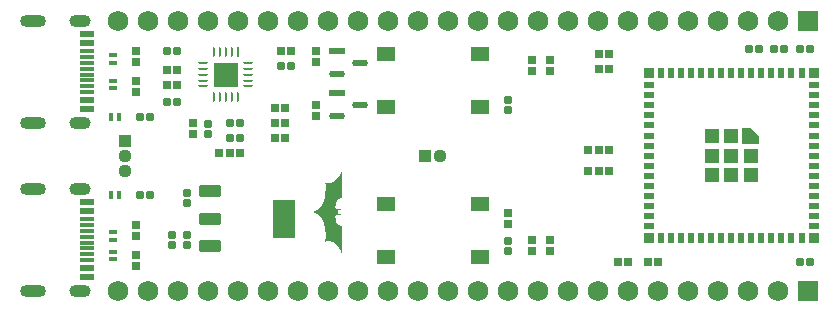
<source format=gts>
G04*
G04 #@! TF.GenerationSoftware,Altium Limited,Altium Designer,25.7.1 (20)*
G04*
G04 Layer_Color=8388736*
%FSLAX25Y25*%
%MOIN*%
G70*
G04*
G04 #@! TF.SameCoordinates,FC8E4296-A409-4092-80C3-4C3ED3C77B16*
G04*
G04*
G04 #@! TF.FilePolarity,Negative*
G04*
G01*
G75*
%ADD19R,0.04528X0.01181*%
%ADD20R,0.04528X0.02362*%
G04:AMPARAMS|DCode=28|XSize=53.43mil|YSize=22.53mil|CornerRadius=11.26mil|HoleSize=0mil|Usage=FLASHONLY|Rotation=0.000|XOffset=0mil|YOffset=0mil|HoleType=Round|Shape=RoundedRectangle|*
%AMROUNDEDRECTD28*
21,1,0.05343,0.00000,0,0,0.0*
21,1,0.03091,0.02253,0,0,0.0*
1,1,0.02253,0.01545,0.00000*
1,1,0.02253,-0.01545,0.00000*
1,1,0.02253,-0.01545,0.00000*
1,1,0.02253,0.01545,0.00000*
%
%ADD28ROUNDEDRECTD28*%
%ADD29R,0.05343X0.02253*%
G04:AMPARAMS|DCode=31|XSize=9.55mil|YSize=33.06mil|CornerRadius=4.77mil|HoleSize=0mil|Usage=FLASHONLY|Rotation=270.000|XOffset=0mil|YOffset=0mil|HoleType=Round|Shape=RoundedRectangle|*
%AMROUNDEDRECTD31*
21,1,0.00955,0.02351,0,0,270.0*
21,1,0.00000,0.03306,0,0,270.0*
1,1,0.00955,-0.01176,0.00000*
1,1,0.00955,-0.01176,0.00000*
1,1,0.00955,0.01176,0.00000*
1,1,0.00955,0.01176,0.00000*
%
%ADD31ROUNDEDRECTD31*%
G04:AMPARAMS|DCode=32|XSize=33.06mil|YSize=9.55mil|CornerRadius=4.77mil|HoleSize=0mil|Usage=FLASHONLY|Rotation=270.000|XOffset=0mil|YOffset=0mil|HoleType=Round|Shape=RoundedRectangle|*
%AMROUNDEDRECTD32*
21,1,0.03306,0.00000,0,0,270.0*
21,1,0.02351,0.00955,0,0,270.0*
1,1,0.00955,0.00000,-0.01176*
1,1,0.00955,0.00000,0.01176*
1,1,0.00955,0.00000,0.01176*
1,1,0.00955,0.00000,-0.01176*
%
%ADD32ROUNDEDRECTD32*%
%ADD33R,0.00955X0.03306*%
%ADD34R,0.06102X0.05118*%
%ADD37R,0.02526X0.02762*%
%ADD38R,0.02762X0.02526*%
G04:AMPARAMS|DCode=39|XSize=27.62mil|YSize=25.26mil|CornerRadius=7.63mil|HoleSize=0mil|Usage=FLASHONLY|Rotation=270.000|XOffset=0mil|YOffset=0mil|HoleType=Round|Shape=RoundedRectangle|*
%AMROUNDEDRECTD39*
21,1,0.02762,0.00999,0,0,270.0*
21,1,0.01235,0.02526,0,0,270.0*
1,1,0.01527,-0.00500,-0.00618*
1,1,0.01527,-0.00500,0.00618*
1,1,0.01527,0.00500,0.00618*
1,1,0.01527,0.00500,-0.00618*
%
%ADD39ROUNDEDRECTD39*%
%ADD40R,0.01778X0.02762*%
%ADD41R,0.02762X0.01778*%
G04:AMPARAMS|DCode=42|XSize=27.62mil|YSize=25.26mil|CornerRadius=7.63mil|HoleSize=0mil|Usage=FLASHONLY|Rotation=180.000|XOffset=0mil|YOffset=0mil|HoleType=Round|Shape=RoundedRectangle|*
%AMROUNDEDRECTD42*
21,1,0.02762,0.00999,0,0,180.0*
21,1,0.01235,0.02526,0,0,180.0*
1,1,0.01527,-0.00618,0.00500*
1,1,0.01527,0.00618,0.00500*
1,1,0.01527,0.00618,-0.00500*
1,1,0.01527,-0.00618,-0.00500*
%
%ADD42ROUNDEDRECTD42*%
%ADD43R,0.03550X0.03550*%
%ADD44R,0.01975X0.03550*%
%ADD45R,0.03550X0.01975*%
%ADD46R,0.05124X0.05124*%
%ADD47R,0.03156X0.02762*%
%ADD48R,0.08071X0.08071*%
G04:AMPARAMS|DCode=49|XSize=39.43mil|YSize=72.9mil|CornerRadius=3.95mil|HoleSize=0mil|Usage=FLASHONLY|Rotation=90.000|XOffset=0mil|YOffset=0mil|HoleType=Round|Shape=RoundedRectangle|*
%AMROUNDEDRECTD49*
21,1,0.03943,0.06500,0,0,90.0*
21,1,0.03154,0.07290,0,0,90.0*
1,1,0.00790,0.03250,0.01577*
1,1,0.00790,0.03250,-0.01577*
1,1,0.00790,-0.03250,-0.01577*
1,1,0.00790,-0.03250,0.01577*
%
%ADD49ROUNDEDRECTD49*%
G04:AMPARAMS|DCode=50|XSize=129.98mil|YSize=72.9mil|CornerRadius=4.07mil|HoleSize=0mil|Usage=FLASHONLY|Rotation=90.000|XOffset=0mil|YOffset=0mil|HoleType=Round|Shape=RoundedRectangle|*
%AMROUNDEDRECTD50*
21,1,0.12998,0.06476,0,0,90.0*
21,1,0.12185,0.07290,0,0,90.0*
1,1,0.00813,0.03238,0.06093*
1,1,0.00813,0.03238,-0.06093*
1,1,0.00813,-0.03238,-0.06093*
1,1,0.00813,-0.03238,0.06093*
%
%ADD50ROUNDEDRECTD50*%
%ADD51R,0.04400X0.04400*%
%ADD52C,0.04400*%
G04:AMPARAMS|DCode=53|XSize=39.37mil|YSize=70.87mil|CornerRadius=19.68mil|HoleSize=0mil|Usage=FLASHONLY|Rotation=270.000|XOffset=0mil|YOffset=0mil|HoleType=Round|Shape=RoundedRectangle|*
%AMROUNDEDRECTD53*
21,1,0.03937,0.03150,0,0,270.0*
21,1,0.00000,0.07087,0,0,270.0*
1,1,0.03937,-0.01575,0.00000*
1,1,0.03937,-0.01575,0.00000*
1,1,0.03937,0.01575,0.00000*
1,1,0.03937,0.01575,0.00000*
%
%ADD53ROUNDEDRECTD53*%
G04:AMPARAMS|DCode=54|XSize=39.37mil|YSize=86.61mil|CornerRadius=19.68mil|HoleSize=0mil|Usage=FLASHONLY|Rotation=270.000|XOffset=0mil|YOffset=0mil|HoleType=Round|Shape=RoundedRectangle|*
%AMROUNDEDRECTD54*
21,1,0.03937,0.04724,0,0,270.0*
21,1,0.00000,0.08661,0,0,270.0*
1,1,0.03937,-0.02362,0.00000*
1,1,0.03937,-0.02362,0.00000*
1,1,0.03937,0.02362,0.00000*
1,1,0.03937,0.02362,0.00000*
%
%ADD54ROUNDEDRECTD54*%
%ADD55R,0.06800X0.06800*%
%ADD56C,0.06800*%
%ADD57R,0.04400X0.04400*%
G36*
X101170Y31693D02*
X101216Y31731D01*
X101228Y31743D01*
X101274Y31756D01*
X101308Y31764D01*
X101354Y31794D01*
X101371Y31810D01*
X101388Y31819D01*
X101463Y31861D01*
X101513Y31911D01*
X101555Y31928D01*
X101572Y31936D01*
X101618Y31974D01*
X101630Y31986D01*
X101723Y32037D01*
X101739Y32062D01*
X101756Y32070D01*
X101831Y32112D01*
X101848Y32129D01*
X101865Y32137D01*
X102041Y32313D01*
X102095Y32334D01*
X102234Y32472D01*
X102250Y32481D01*
X102296Y32518D01*
X102305Y32535D01*
X102334Y32564D01*
X102351Y32573D01*
X102372Y32594D01*
X102380Y32610D01*
X102418Y32656D01*
X102531Y32770D01*
X102539Y32786D01*
X102569Y32816D01*
X102585Y32824D01*
X102606Y32845D01*
X102648Y32920D01*
X102749Y33021D01*
X102757Y33038D01*
X102799Y33113D01*
X102812Y33134D01*
X102828Y33142D01*
X102841Y33155D01*
X102891Y33247D01*
X102925Y33281D01*
X102946Y33335D01*
X102987Y33377D01*
X103004Y33385D01*
X103025Y33431D01*
X103042Y33473D01*
X103080Y33519D01*
X103092Y33532D01*
X103101Y33565D01*
X103142Y33624D01*
X103176Y33658D01*
X103251Y33817D01*
X103285Y33875D01*
X103327Y33968D01*
X103369Y34043D01*
X103410Y34135D01*
X103452Y34210D01*
X103478Y34252D01*
X103494Y34311D01*
X103519Y34428D01*
X103578Y34512D01*
X103586Y34545D01*
X103603Y34587D01*
X103645Y34679D01*
X103662Y34747D01*
X103679Y34822D01*
X103729Y34931D01*
X103745Y34998D01*
X103754Y35048D01*
X103813Y35174D01*
X103825Y35253D01*
X103833Y35287D01*
X103850Y35329D01*
X103863Y35341D01*
X103888Y35400D01*
X103896Y35433D01*
X103892Y35488D01*
X103909Y35580D01*
X103926Y35622D01*
X103938Y35668D01*
X103947Y35760D01*
X103963Y35777D01*
X103972Y35794D01*
X103980Y35819D01*
X103993Y35923D01*
X104014Y35969D01*
X104022Y36003D01*
X104030Y36095D01*
X104056Y36154D01*
X104064Y36238D01*
X104072Y36347D01*
X104081Y36439D01*
X104122Y36497D01*
X104131Y36556D01*
X104139Y36707D01*
X104148Y36732D01*
X104156Y36899D01*
X104181Y36958D01*
X104185Y36996D01*
X104177Y37046D01*
X104173Y37092D01*
X104215Y37184D01*
X104223Y37419D01*
X104231Y37444D01*
X104240Y37712D01*
X104265Y37771D01*
X104256Y37896D01*
X104265Y37921D01*
X104256Y38072D01*
X104298Y38164D01*
X104294Y38470D01*
X104303Y38545D01*
X104307Y39613D01*
X104298Y39639D01*
X104290Y39748D01*
X104298Y39773D01*
X104294Y39995D01*
X104298Y40082D01*
X104256Y40175D01*
X104265Y40384D01*
X104261Y40564D01*
X104265Y40644D01*
X104231Y40719D01*
X104227Y40991D01*
X104236Y41033D01*
X104261Y41058D01*
X104303Y41050D01*
X104319Y41033D01*
X104361Y41017D01*
X104545Y41008D01*
X104621Y41000D01*
X104680Y40975D01*
X104772Y40966D01*
X104830Y40941D01*
X105057Y40933D01*
X105082Y40924D01*
X105668Y40933D01*
X105693Y40941D01*
X105827Y40949D01*
X105869Y40975D01*
X105978Y40983D01*
X106020Y41000D01*
X106053Y41008D01*
X106192Y41021D01*
X106225Y41029D01*
X106321Y41075D01*
X106388Y41092D01*
X106476Y41113D01*
X106581Y41167D01*
X106635Y41188D01*
X106686Y41222D01*
X106732Y41243D01*
X106778Y41255D01*
X106824Y41285D01*
X106841Y41301D01*
X106883Y41318D01*
X106962Y41347D01*
X106975Y41360D01*
X106992Y41368D01*
X107008Y41385D01*
X107025Y41394D01*
X107100Y41427D01*
X107251Y41511D01*
X107301Y41561D01*
X107394Y41611D01*
X107494Y41712D01*
X107586Y41762D01*
X107607Y41783D01*
X107616Y41800D01*
X107628Y41812D01*
X107645Y41821D01*
X107712Y41888D01*
X107729Y41896D01*
X107888Y42055D01*
X107905Y42064D01*
X107926Y42085D01*
X107934Y42101D01*
X108093Y42261D01*
X108101Y42277D01*
X108168Y42344D01*
X108177Y42361D01*
X108189Y42374D01*
X108206Y42382D01*
X108236Y42411D01*
X108286Y42503D01*
X108386Y42604D01*
X108428Y42679D01*
X108449Y42700D01*
X108466Y42709D01*
X108487Y42730D01*
X108495Y42746D01*
X108533Y42792D01*
X108562Y42822D01*
X108579Y42864D01*
X108638Y42947D01*
X108675Y43019D01*
X108692Y43027D01*
X108713Y43048D01*
X108763Y43140D01*
X108788Y43165D01*
X108805Y43207D01*
X108830Y43249D01*
X108880Y43299D01*
X108931Y43391D01*
X108956Y43417D01*
X108973Y43458D01*
X108985Y43505D01*
X108998Y43534D01*
X109023Y43559D01*
X109031Y43576D01*
X109073Y43651D01*
X109115Y43693D01*
X109132Y43752D01*
X109140Y43802D01*
X109199Y43861D01*
X109224Y43961D01*
X109245Y43990D01*
X109262Y43999D01*
X109274Y44011D01*
X109291Y44070D01*
X109304Y44124D01*
X109358Y44179D01*
X109383Y44279D01*
X109413Y44317D01*
X109429Y44325D01*
X109450Y44372D01*
X109458Y44438D01*
X109517Y44497D01*
X109534Y44556D01*
X109546Y44627D01*
X109559Y44656D01*
X109597Y44702D01*
X109630Y44794D01*
X109676Y44899D01*
X109689Y44962D01*
X109697Y45012D01*
X109706Y45046D01*
X109727Y45075D01*
X109756Y45079D01*
X109777Y45067D01*
X109794Y45008D01*
X109777Y44824D01*
X109785Y43785D01*
X109777Y42193D01*
X109785Y41808D01*
X109777Y39655D01*
X109785Y39630D01*
X109781Y37239D01*
X109785Y36037D01*
X109777Y36011D01*
X109785Y35894D01*
X109764Y35865D01*
X109655Y35815D01*
X109538Y35806D01*
X109496Y35789D01*
X109463Y35781D01*
X109329Y35773D01*
X109287Y35756D01*
X109270Y35748D01*
X109178Y35706D01*
X109111Y35697D01*
X109086Y35689D01*
X109031Y35668D01*
X108927Y35622D01*
X108868Y35588D01*
X108818Y35555D01*
X108772Y35542D01*
X108730Y35526D01*
X108717Y35513D01*
X108700Y35505D01*
X108684Y35488D01*
X108642Y35471D01*
X108608Y35463D01*
X108533Y35421D01*
X108508Y35396D01*
X108432Y35354D01*
X108399Y35320D01*
X108382Y35312D01*
X108336Y35274D01*
X108298Y35228D01*
X108252Y35190D01*
X108215Y35144D01*
X108198Y35136D01*
X108168Y35107D01*
X108160Y35090D01*
X108122Y35044D01*
X108085Y35006D01*
X108064Y34952D01*
X107967Y34855D01*
X107942Y34797D01*
X107934Y34763D01*
X107921Y34700D01*
X107909Y34671D01*
X107859Y34621D01*
X107850Y34587D01*
X107838Y34516D01*
X107817Y34470D01*
X107808Y34437D01*
X107800Y34344D01*
X107775Y34286D01*
X107766Y34252D01*
X107754Y34198D01*
X107737Y34156D01*
X107729Y34114D01*
X107724Y34110D01*
X107733Y34085D01*
X107724Y34026D01*
X107708Y34009D01*
X107691Y33951D01*
X107674Y33783D01*
X107649Y33724D01*
X107641Y33624D01*
X107616Y33565D01*
X107607Y33381D01*
X107599Y33356D01*
X107590Y33130D01*
X107565Y33071D01*
X107574Y32887D01*
X107570Y32522D01*
X107590Y32476D01*
X107599Y32443D01*
X107611Y32380D01*
X107624Y32351D01*
X107653Y32321D01*
X107670Y32313D01*
X107683Y32300D01*
X107691Y32284D01*
X107720Y32254D01*
X107779Y32246D01*
X107812Y32238D01*
X107859Y32225D01*
X107947Y32179D01*
X108022Y32171D01*
X108047Y32179D01*
X108290Y32171D01*
X108315Y32162D01*
X108424Y32171D01*
X108784Y32162D01*
X108960Y32154D01*
X109019Y32129D01*
X109119Y32120D01*
X109178Y32095D01*
X109274Y32099D01*
X109325Y32091D01*
X109366Y32074D01*
X109383Y32041D01*
X109354Y32003D01*
X109320Y31995D01*
X109237Y31986D01*
X109178Y31961D01*
X109069Y31953D01*
X109010Y31928D01*
X108922Y31907D01*
X108893Y31894D01*
X108851Y31877D01*
X108742Y31869D01*
X108684Y31844D01*
X108613Y31831D01*
X108571Y31815D01*
X108558Y31802D01*
X108499Y31794D01*
X108466Y31802D01*
X108424Y31777D01*
X108411Y31764D01*
X108403Y31706D01*
X108411Y31530D01*
X108420Y31505D01*
X108428Y31203D01*
X108453Y31161D01*
X108462Y31128D01*
X108453Y31069D01*
X108420Y30994D01*
X108411Y30759D01*
X108403Y30734D01*
X108411Y30634D01*
X108441Y30604D01*
X108478Y30600D01*
X108533Y30604D01*
X108625Y30562D01*
X108700Y30554D01*
X108776Y30520D01*
X108876Y30512D01*
X108935Y30487D01*
X108968Y30479D01*
X109027Y30470D01*
X109102Y30437D01*
X109161Y30445D01*
X109253Y30403D01*
X109354Y30395D01*
X109383Y30365D01*
X109375Y30332D01*
X109362Y30319D01*
X109329Y30311D01*
X109245Y30303D01*
X109144Y30294D01*
X109086Y30269D01*
X108985Y30261D01*
X108927Y30236D01*
X108466Y30227D01*
X108441Y30219D01*
X107984Y30223D01*
X107934Y30215D01*
X107846Y30169D01*
X107812Y30160D01*
X107754Y30152D01*
X107695Y30118D01*
X107683Y30106D01*
X107674Y30089D01*
X107653Y30068D01*
X107637Y30060D01*
X107616Y30039D01*
X107603Y29984D01*
X107595Y29934D01*
X107578Y29892D01*
X107565Y29854D01*
X107574Y29729D01*
X107565Y29704D01*
X107570Y29473D01*
X107565Y29394D01*
X107599Y29318D01*
X107607Y28950D01*
X107616Y28925D01*
X107624Y28799D01*
X107649Y28740D01*
X107658Y28640D01*
X107683Y28581D01*
X107691Y28439D01*
X107699Y28414D01*
X107708Y28296D01*
X107741Y28246D01*
X107758Y28204D01*
X107766Y28095D01*
X107779Y28016D01*
X107787Y27982D01*
X107825Y27919D01*
X107842Y27852D01*
X107863Y27764D01*
X107879Y27722D01*
X107913Y27672D01*
X107934Y27626D01*
X107955Y27572D01*
X107997Y27505D01*
X108009Y27475D01*
X108047Y27429D01*
X108143Y27333D01*
X108152Y27316D01*
X108181Y27270D01*
X108198Y27262D01*
X108215Y27245D01*
X108231Y27237D01*
X108252Y27207D01*
X108265Y27186D01*
X108282Y27178D01*
X108328Y27140D01*
X108336Y27124D01*
X108365Y27094D01*
X108382Y27086D01*
X108428Y27048D01*
X108449Y27027D01*
X108525Y26985D01*
X108550Y26960D01*
X108566Y26952D01*
X108642Y26910D01*
X108684Y26868D01*
X108717Y26860D01*
X108776Y26851D01*
X108822Y26839D01*
X108872Y26805D01*
X108885Y26793D01*
X108927Y26776D01*
X109006Y26747D01*
X109019Y26734D01*
X109077Y26709D01*
X109157Y26696D01*
X109190Y26688D01*
X109237Y26667D01*
X109270Y26659D01*
X109371Y26650D01*
X109446Y26617D01*
X109517Y26604D01*
X109563Y26583D01*
X109680Y26575D01*
X109756Y26533D01*
X109785Y26504D01*
X109794Y26445D01*
X109785Y26386D01*
X109777Y26353D01*
X109785Y23957D01*
X109777Y23932D01*
X109785Y21545D01*
X109777Y21520D01*
X109785Y19132D01*
X109777Y19107D01*
X109785Y17566D01*
X109794Y17540D01*
X109785Y17348D01*
X109764Y17319D01*
X109722Y17327D01*
X109710Y17339D01*
X109693Y17406D01*
X109680Y17478D01*
X109672Y17511D01*
X109655Y17553D01*
X109609Y17658D01*
X109576Y17716D01*
X109542Y17767D01*
X109521Y17888D01*
X109500Y17918D01*
X109458Y17959D01*
X109446Y18039D01*
X109425Y18068D01*
X109383Y18110D01*
X109375Y18144D01*
X109362Y18206D01*
X109341Y18236D01*
X109299Y18278D01*
X109291Y18336D01*
X109270Y18391D01*
X109253Y18407D01*
X109237Y18416D01*
X109216Y18462D01*
X109199Y18537D01*
X109149Y18588D01*
X109098Y18680D01*
X109082Y18697D01*
X109073Y18713D01*
X109056Y18755D01*
X109044Y18801D01*
X108981Y18889D01*
X108948Y18973D01*
X108914Y19032D01*
X108872Y19107D01*
X108822Y19157D01*
X108805Y19199D01*
X108797Y19216D01*
X108759Y19262D01*
X108747Y19275D01*
X108696Y19367D01*
X108671Y19383D01*
X108663Y19400D01*
X108613Y19492D01*
X108579Y19526D01*
X108537Y19601D01*
X108504Y19635D01*
X108495Y19651D01*
X108458Y19697D01*
X108441Y19706D01*
X108411Y19735D01*
X108395Y19777D01*
X108357Y19823D01*
X108344Y19836D01*
X108298Y19924D01*
X108282Y19932D01*
X108227Y19986D01*
X108219Y20003D01*
X108177Y20045D01*
X108168Y20062D01*
X108114Y20116D01*
X108101Y20121D01*
X108093Y20137D01*
X108039Y20192D01*
X108026Y20196D01*
X108018Y20213D01*
X107955Y20276D01*
X107938Y20284D01*
X107917Y20313D01*
X107879Y20351D01*
X107863Y20359D01*
X107821Y20410D01*
X107796Y20435D01*
X107779Y20443D01*
X107737Y20493D01*
X107720Y20510D01*
X107704Y20518D01*
X107637Y20585D01*
X107620Y20594D01*
X107599Y20615D01*
X107590Y20631D01*
X107570Y20652D01*
X107477Y20703D01*
X107377Y20803D01*
X107285Y20854D01*
X107243Y20895D01*
X107151Y20946D01*
X107126Y20971D01*
X107084Y20988D01*
X107038Y21000D01*
X106992Y21029D01*
X106975Y21046D01*
X106958Y21055D01*
X106916Y21071D01*
X106883Y21080D01*
X106824Y21113D01*
X106799Y21138D01*
X106740Y21155D01*
X106686Y21176D01*
X106673Y21189D01*
X106657Y21197D01*
X106640Y21214D01*
X106535Y21251D01*
X106481Y21281D01*
X106422Y21297D01*
X106363Y21306D01*
X106309Y21327D01*
X106296Y21339D01*
X106171Y21348D01*
X106095Y21381D01*
X106037Y21390D01*
X105953Y21423D01*
X105844Y21431D01*
X105827Y21448D01*
X105769Y21457D01*
X105559Y21465D01*
X105534Y21473D01*
X104872Y21465D01*
X104847Y21457D01*
X104721Y21448D01*
X104663Y21423D01*
X104562Y21415D01*
X104504Y21390D01*
X104349Y21377D01*
X104278Y21339D01*
X104252Y21348D01*
X104231Y21369D01*
X104223Y21427D01*
X104231Y21561D01*
X104240Y21712D01*
X104265Y21771D01*
X104256Y21913D01*
X104265Y21938D01*
X104256Y22064D01*
X104290Y22139D01*
X104298Y22173D01*
X104294Y22546D01*
X104303Y22621D01*
X104307Y22717D01*
X104298Y22742D01*
X104303Y22897D01*
X104298Y23019D01*
X104307Y23044D01*
X104303Y23668D01*
X104307Y23697D01*
X104298Y23723D01*
X104290Y23823D01*
X104298Y23848D01*
X104294Y24146D01*
X104298Y24242D01*
X104256Y24334D01*
X104261Y24472D01*
X104256Y24560D01*
X104265Y24585D01*
X104256Y24661D01*
X104231Y24719D01*
X104223Y25080D01*
X104215Y25105D01*
X104206Y25239D01*
X104173Y25314D01*
X104185Y25402D01*
X104190Y25415D01*
X104181Y25440D01*
X104173Y25473D01*
X104148Y25532D01*
X104139Y25758D01*
X104097Y25850D01*
X104102Y25921D01*
X104085Y25963D01*
X104072Y26010D01*
X104064Y26202D01*
X104056Y26227D01*
X104047Y26278D01*
X104022Y26336D01*
X104014Y26437D01*
X103989Y26495D01*
X103980Y26604D01*
X103972Y26671D01*
X103913Y26797D01*
X103905Y26855D01*
X103896Y26973D01*
X103888Y26998D01*
X103838Y27107D01*
X103829Y27140D01*
X103817Y27195D01*
X103808Y27237D01*
X103783Y27287D01*
X103754Y27358D01*
X103745Y27392D01*
X103725Y27480D01*
X103708Y27521D01*
X103670Y27609D01*
X103662Y27643D01*
X103641Y27731D01*
X103624Y27773D01*
X103612Y27785D01*
X103591Y27840D01*
X103565Y27907D01*
X103544Y27928D01*
X103536Y27944D01*
X103511Y28003D01*
X103498Y28083D01*
X103486Y28112D01*
X103436Y28162D01*
X103419Y28221D01*
X103406Y28275D01*
X103390Y28317D01*
X103348Y28384D01*
X103327Y28430D01*
X103306Y28485D01*
X103235Y28606D01*
X103193Y28648D01*
X103167Y28749D01*
X103155Y28770D01*
X103138Y28778D01*
X103109Y28807D01*
X103092Y28849D01*
X103067Y28891D01*
X103050Y28908D01*
X103042Y28925D01*
X103000Y29000D01*
X102950Y29050D01*
X102929Y29105D01*
X102887Y29155D01*
X102874Y29168D01*
X102824Y29260D01*
X102799Y29276D01*
X102791Y29293D01*
X102749Y29369D01*
X102732Y29385D01*
X102724Y29402D01*
X102556Y29570D01*
X102548Y29586D01*
X102514Y29645D01*
X102091Y30068D01*
X102074Y30076D01*
X102045Y30106D01*
X102037Y30123D01*
X102016Y30143D01*
X101940Y30185D01*
X101924Y30202D01*
X101907Y30210D01*
X101831Y30252D01*
X101819Y30265D01*
X101811Y30282D01*
X101773Y30319D01*
X101756Y30328D01*
X101718Y30357D01*
X101710Y30374D01*
X101614Y30428D01*
X101588Y30453D01*
X101547Y30470D01*
X101505Y30495D01*
X101454Y30545D01*
X101362Y30596D01*
X101337Y30621D01*
X101233Y30659D01*
X101182Y30692D01*
X101170Y30705D01*
X101111Y30721D01*
X101036Y30763D01*
X101019Y30780D01*
X100960Y30805D01*
X100914Y30818D01*
X100868Y30847D01*
X100851Y30864D01*
X100747Y30902D01*
X100717Y30922D01*
X100667Y30956D01*
X100621Y30969D01*
X100579Y30985D01*
X100491Y31023D01*
X100458Y31031D01*
X100403Y31044D01*
X100353Y31086D01*
X100332Y31107D01*
X100299Y31115D01*
X100156Y31124D01*
X100118Y31153D01*
X100110Y31170D01*
X100093Y31186D01*
X100085Y31203D01*
X100076Y31228D01*
X100085Y31253D01*
X100123Y31266D01*
X100156Y31274D01*
X100265Y31283D01*
X100324Y31325D01*
X100382Y31350D01*
X100479Y31371D01*
X100512Y31379D01*
X100608Y31425D01*
X100688Y31454D01*
X100701Y31467D01*
X100717Y31475D01*
X100734Y31492D01*
X100776Y31509D01*
X100810Y31517D01*
X100876Y31526D01*
X100923Y31563D01*
X100952Y31593D01*
X101011Y31601D01*
X101065Y31622D01*
X101111Y31668D01*
X101161Y31693D01*
X101170D01*
D02*
G37*
G36*
X114715Y47509D02*
Y47544D01*
X114750D01*
Y47509D01*
X114715D01*
D02*
G37*
G36*
X116722Y44771D02*
X116773Y44777D01*
X116750Y44754D01*
X116745Y44738D01*
X116688Y44715D01*
X116666Y44726D01*
X116660Y44732D01*
X116688Y44760D01*
X116711Y44771D01*
X116722D01*
D02*
G37*
G36*
X122525Y48298D02*
X122519Y48315D01*
X122547Y48321D01*
X122581Y48309D01*
X122603Y48298D01*
X122609Y48292D01*
X122547Y48287D01*
X122536Y48298D01*
X122525D01*
D02*
G37*
G36*
X243244Y53740D02*
Y59252D01*
X246197D01*
X248756Y56693D01*
Y53740D01*
X243244D01*
D02*
G37*
D19*
X24764Y84882D02*
D03*
Y82913D02*
D03*
Y80945D02*
D03*
Y78976D02*
D03*
Y77008D02*
D03*
Y75039D02*
D03*
Y73071D02*
D03*
Y71102D02*
D03*
Y15118D02*
D03*
Y17087D02*
D03*
Y19055D02*
D03*
Y21024D02*
D03*
Y22992D02*
D03*
Y24961D02*
D03*
Y26929D02*
D03*
Y28898D02*
D03*
D20*
Y68543D02*
D03*
Y87441D02*
D03*
Y90591D02*
D03*
Y65394D02*
D03*
Y9409D02*
D03*
Y34606D02*
D03*
Y31457D02*
D03*
Y12559D02*
D03*
D28*
X115742Y67000D02*
D03*
X108258Y63260D02*
D03*
X115742Y81000D02*
D03*
X108258Y77260D02*
D03*
D29*
Y70740D02*
D03*
Y84740D02*
D03*
D31*
X78541Y80937D02*
D03*
Y78969D02*
D03*
Y77000D02*
D03*
Y75032D02*
D03*
Y73063D02*
D03*
X63459D02*
D03*
Y75032D02*
D03*
Y77000D02*
D03*
Y78969D02*
D03*
Y80937D02*
D03*
D32*
X74937Y69459D02*
D03*
X72969D02*
D03*
X71000D02*
D03*
X69032D02*
D03*
X67063D02*
D03*
Y84541D02*
D03*
X69032D02*
D03*
X71000D02*
D03*
X72969D02*
D03*
D33*
X74937D02*
D03*
D34*
X124350Y83858D02*
D03*
X155650D02*
D03*
X124350Y66142D02*
D03*
X155650D02*
D03*
X124350Y33858D02*
D03*
X155650D02*
D03*
X124350Y16142D02*
D03*
X155650D02*
D03*
D37*
X191898Y51800D02*
D03*
X195299D02*
D03*
X198701D02*
D03*
X195299D02*
D03*
Y44800D02*
D03*
X191898D02*
D03*
X198701D02*
D03*
X195299D02*
D03*
X72299Y51000D02*
D03*
X68898D02*
D03*
X72299D02*
D03*
X75701D02*
D03*
X51299Y78500D02*
D03*
X54701D02*
D03*
X51299Y73500D02*
D03*
X54701D02*
D03*
X198701Y84000D02*
D03*
X195299D02*
D03*
X211799Y14500D02*
D03*
X215201D02*
D03*
X201799D02*
D03*
X205201D02*
D03*
X90701Y66000D02*
D03*
X87299D02*
D03*
X90701Y56000D02*
D03*
X87299D02*
D03*
X89299Y85000D02*
D03*
X92701D02*
D03*
X90701Y61000D02*
D03*
X87299D02*
D03*
X198701Y79000D02*
D03*
X195299D02*
D03*
D38*
X179000Y18299D02*
D03*
Y21701D02*
D03*
X101000Y84701D02*
D03*
Y81299D02*
D03*
X165000Y30701D02*
D03*
Y27299D02*
D03*
X101000Y63299D02*
D03*
Y66701D02*
D03*
X41000Y13299D02*
D03*
Y16701D02*
D03*
Y26701D02*
D03*
Y23299D02*
D03*
Y84701D02*
D03*
Y81299D02*
D03*
Y71299D02*
D03*
Y74701D02*
D03*
X60000Y60701D02*
D03*
Y57299D02*
D03*
X179000Y78299D02*
D03*
Y81701D02*
D03*
D39*
X75693Y61000D02*
D03*
X72307D02*
D03*
Y56000D02*
D03*
X75693D02*
D03*
X51307Y85000D02*
D03*
X54693D02*
D03*
X42307Y63000D02*
D03*
X45693D02*
D03*
X262307Y14500D02*
D03*
X265693D02*
D03*
X262307Y85500D02*
D03*
X265693D02*
D03*
X92693Y80000D02*
D03*
X89307D02*
D03*
X51307Y68000D02*
D03*
X54693D02*
D03*
X45693Y37000D02*
D03*
X42307D02*
D03*
X245307Y85500D02*
D03*
X248693D02*
D03*
X253807D02*
D03*
X257193D02*
D03*
D40*
X35280Y63000D02*
D03*
X32721D02*
D03*
Y37000D02*
D03*
X35280D02*
D03*
D41*
X33500Y81000D02*
D03*
Y83559D02*
D03*
Y75000D02*
D03*
Y72441D02*
D03*
Y24559D02*
D03*
Y22000D02*
D03*
Y15441D02*
D03*
Y18000D02*
D03*
D42*
X65000Y60693D02*
D03*
Y57307D02*
D03*
X58000Y37693D02*
D03*
Y34307D02*
D03*
Y23693D02*
D03*
Y20307D02*
D03*
X53000D02*
D03*
Y23693D02*
D03*
X165000Y18307D02*
D03*
Y21693D02*
D03*
Y68693D02*
D03*
Y65307D02*
D03*
D43*
X267063Y77559D02*
D03*
X211945D02*
D03*
X267063Y22441D02*
D03*
X211945D02*
D03*
D44*
X262929Y77559D02*
D03*
X259583D02*
D03*
X256236D02*
D03*
X252890D02*
D03*
X249543D02*
D03*
X246197D02*
D03*
X242850D02*
D03*
X239504D02*
D03*
X236157D02*
D03*
X232811D02*
D03*
X229465D02*
D03*
X226118D02*
D03*
X222772D02*
D03*
X219425D02*
D03*
X216079D02*
D03*
Y22441D02*
D03*
X219425D02*
D03*
X222772D02*
D03*
X226118D02*
D03*
X229465D02*
D03*
X232811D02*
D03*
X236157D02*
D03*
X239504D02*
D03*
X242850D02*
D03*
X246197D02*
D03*
X249543D02*
D03*
X252890D02*
D03*
X256236D02*
D03*
X259583D02*
D03*
X262929D02*
D03*
D45*
X211945Y73425D02*
D03*
Y70079D02*
D03*
Y66732D02*
D03*
Y63386D02*
D03*
Y60039D02*
D03*
Y56693D02*
D03*
Y53347D02*
D03*
Y50000D02*
D03*
Y46654D02*
D03*
Y43307D02*
D03*
Y39961D02*
D03*
Y36614D02*
D03*
Y33268D02*
D03*
Y29921D02*
D03*
Y26575D02*
D03*
X267063D02*
D03*
Y29921D02*
D03*
Y33268D02*
D03*
Y36614D02*
D03*
Y39961D02*
D03*
Y43307D02*
D03*
Y46654D02*
D03*
Y50000D02*
D03*
Y53347D02*
D03*
Y56693D02*
D03*
Y60039D02*
D03*
Y63386D02*
D03*
Y66732D02*
D03*
Y70079D02*
D03*
Y73425D02*
D03*
D46*
X239504Y50000D02*
D03*
X246000D02*
D03*
Y43504D02*
D03*
X239504D02*
D03*
X233008D02*
D03*
Y50000D02*
D03*
Y56496D02*
D03*
X239504D02*
D03*
D47*
X173000Y78130D02*
D03*
Y81870D02*
D03*
Y18130D02*
D03*
Y21870D02*
D03*
D48*
X71000Y77000D02*
D03*
D49*
X65697Y38055D02*
D03*
Y29000D02*
D03*
Y19945D02*
D03*
D50*
X90303Y29000D02*
D03*
D51*
X137500Y50000D02*
D03*
D52*
X142500D02*
D03*
X37500Y45000D02*
D03*
Y50000D02*
D03*
D53*
X22500Y60984D02*
D03*
Y95000D02*
D03*
Y39016D02*
D03*
Y5000D02*
D03*
D54*
X6752Y60984D02*
D03*
Y95000D02*
D03*
Y39016D02*
D03*
Y5000D02*
D03*
D55*
X265000D02*
D03*
Y95000D02*
D03*
D56*
X255000Y5000D02*
D03*
X245000D02*
D03*
X235000D02*
D03*
X225000D02*
D03*
X215000D02*
D03*
X205000D02*
D03*
X195000D02*
D03*
X185000D02*
D03*
X175000D02*
D03*
X165000D02*
D03*
X155000D02*
D03*
X145000D02*
D03*
X135000D02*
D03*
X125000D02*
D03*
X115000D02*
D03*
X105000D02*
D03*
X95000D02*
D03*
X85000D02*
D03*
X75000D02*
D03*
X65000D02*
D03*
X55000D02*
D03*
X45000D02*
D03*
X35000D02*
D03*
X255000Y95000D02*
D03*
X245000D02*
D03*
X235000D02*
D03*
X225000D02*
D03*
X215000D02*
D03*
X205000D02*
D03*
X195000D02*
D03*
X185000D02*
D03*
X175000D02*
D03*
X165000D02*
D03*
X155000D02*
D03*
X145000D02*
D03*
X135000D02*
D03*
X125000D02*
D03*
X115000D02*
D03*
X105000D02*
D03*
X95000D02*
D03*
X85000D02*
D03*
X75000D02*
D03*
X65000D02*
D03*
X55000D02*
D03*
X45000D02*
D03*
X35000D02*
D03*
D57*
X37500Y55000D02*
D03*
M02*

</source>
